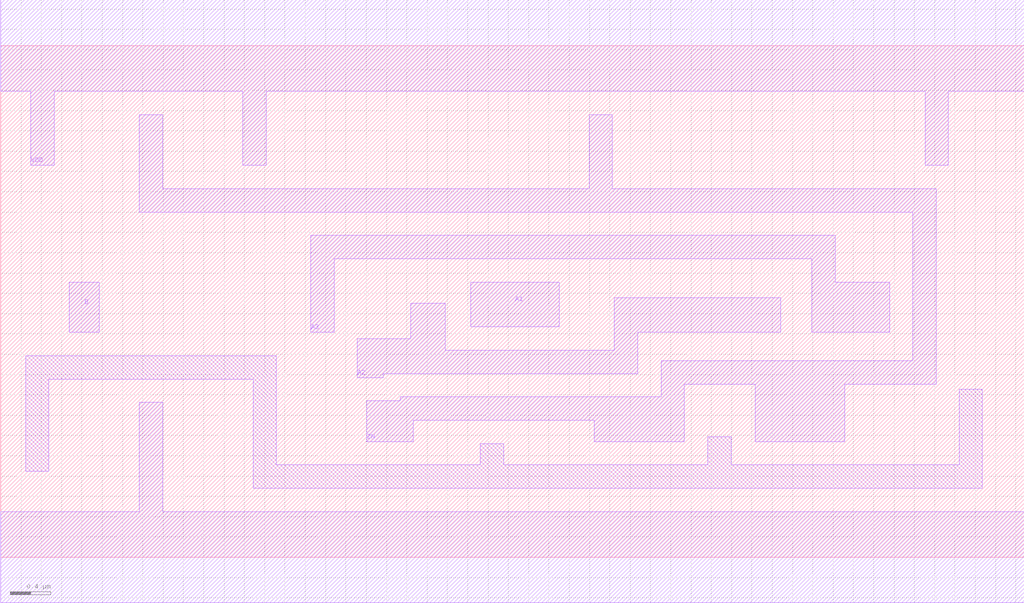
<source format=lef>
# Copyright 2022 GlobalFoundries PDK Authors
#
# Licensed under the Apache License, Version 2.0 (the "License");
# you may not use this file except in compliance with the License.
# You may obtain a copy of the License at
#
#      http://www.apache.org/licenses/LICENSE-2.0
#
# Unless required by applicable law or agreed to in writing, software
# distributed under the License is distributed on an "AS IS" BASIS,
# WITHOUT WARRANTIES OR CONDITIONS OF ANY KIND, either express or implied.
# See the License for the specific language governing permissions and
# limitations under the License.

MACRO gf180mcu_fd_sc_mcu9t5v0__oai31_2
  CLASS core ;
  FOREIGN gf180mcu_fd_sc_mcu9t5v0__oai31_2 0.0 0.0 ;
  ORIGIN 0 0 ;
  SYMMETRY X Y ;
  SITE GF018hv5v_green_sc9 ;
  SIZE 10.08 BY 5.04 ;
  PIN A1
    DIRECTION INPUT ;
    ANTENNAGATEAREA 3.414 ;
    PORT
      LAYER METAL1 ;
        POLYGON 4.63 2.27 5.5 2.27 5.5 2.71 4.63 2.71  ;
    END
  END A1
  PIN A2
    DIRECTION INPUT ;
    ANTENNAGATEAREA 3.414 ;
    PORT
      LAYER METAL1 ;
        POLYGON 3.51 1.77 3.77 1.77 3.77 1.81 6.275 1.81 6.275 2.215 7.685 2.215 7.685 2.555 6.045 2.555 6.045 2.04 4.38 2.04 4.38 2.5 4.04 2.5 4.04 2.15 3.51 2.15  ;
    END
  END A2
  PIN A3
    DIRECTION INPUT ;
    ANTENNAGATEAREA 3.414 ;
    PORT
      LAYER METAL1 ;
        POLYGON 3.055 2.215 3.285 2.215 3.285 2.94 7.99 2.94 7.99 2.215 8.755 2.215 8.755 2.71 8.22 2.71 8.22 3.17 3.055 3.17  ;
    END
  END A3
  PIN B
    DIRECTION INPUT ;
    ANTENNAGATEAREA 3.229 ;
    PORT
      LAYER METAL1 ;
        POLYGON 0.675 2.215 0.97 2.215 0.97 2.71 0.675 2.71  ;
    END
  END B
  PIN ZN
    DIRECTION OUTPUT ;
    ANTENNADIFFAREA 4.13145 ;
    PORT
      LAYER METAL1 ;
        POLYGON 1.365 3.4 8.985 3.4 8.985 1.935 6.505 1.935 6.505 1.58 3.935 1.58 3.935 1.54 3.605 1.54 3.605 1.14 4.065 1.14 4.065 1.35 5.845 1.35 5.845 1.14 6.735 1.14 6.735 1.705 7.43 1.705 7.43 1.14 8.315 1.14 8.315 1.705 9.215 1.705 9.215 3.63 6.025 3.63 6.025 4.36 5.795 4.36 5.795 3.63 1.595 3.63 1.595 4.36 1.365 4.36  ;
    END
  END ZN
  PIN VDD
    DIRECTION INOUT ;
    USE power ;
    SHAPE ABUTMENT ;
    PORT
      LAYER METAL1 ;
        POLYGON 0 4.59 0.295 4.59 0.295 3.86 0.525 3.86 0.525 4.59 2.385 4.59 2.385 3.86 2.615 3.86 2.615 4.59 9.105 4.59 9.105 3.86 9.335 3.86 9.335 4.59 9.67 4.59 10.08 4.59 10.08 5.49 9.67 5.49 0 5.49  ;
    END
  END VDD
  PIN VSS
    DIRECTION INOUT ;
    USE ground ;
    SHAPE ABUTMENT ;
    PORT
      LAYER METAL1 ;
        POLYGON 0 -0.45 10.08 -0.45 10.08 0.45 1.595 0.45 1.595 1.525 1.365 1.525 1.365 0.45 0 0.45  ;
    END
  END VSS
  OBS
      LAYER METAL1 ;
        POLYGON 0.245 0.845 0.475 0.845 0.475 1.755 2.485 1.755 2.485 0.68 9.67 0.68 9.67 1.655 9.44 1.655 9.44 0.91 7.195 0.91 7.195 1.185 6.965 1.185 6.965 0.91 4.955 0.91 4.955 1.12 4.725 1.12 4.725 0.91 2.715 0.91 2.715 1.985 0.245 1.985  ;
  END
END gf180mcu_fd_sc_mcu9t5v0__oai31_2

</source>
